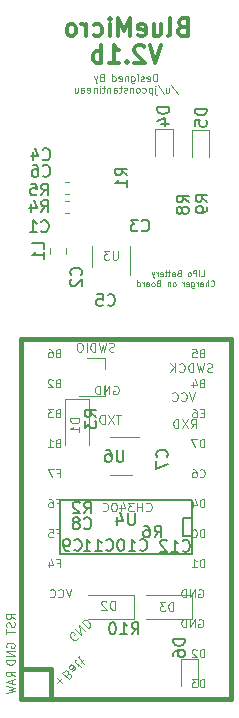
<source format=gbr>
G04 #@! TF.GenerationSoftware,KiCad,Pcbnew,(5.0.0)*
G04 #@! TF.CreationDate,2020-04-23T13:12:55-06:00*
G04 #@! TF.ProjectId,EByte_E73,45427974655F4537332E6B696361645F,rev?*
G04 #@! TF.SameCoordinates,Original*
G04 #@! TF.FileFunction,Legend,Bot*
G04 #@! TF.FilePolarity,Positive*
%FSLAX46Y46*%
G04 Gerber Fmt 4.6, Leading zero omitted, Abs format (unit mm)*
G04 Created by KiCad (PCBNEW (5.0.0)) date 04/23/20 13:12:55*
%MOMM*%
%LPD*%
G01*
G04 APERTURE LIST*
%ADD10C,0.100000*%
%ADD11C,0.300000*%
%ADD12C,0.150000*%
%ADD13C,0.381000*%
%ADD14C,0.120000*%
%ADD15C,0.110000*%
G04 APERTURE END LIST*
D10*
X115553857Y-117657190D02*
X115791952Y-117657190D01*
X115791952Y-117157190D01*
X115387190Y-117657190D02*
X115387190Y-117323857D01*
X115387190Y-117157190D02*
X115411000Y-117181000D01*
X115387190Y-117204809D01*
X115363380Y-117181000D01*
X115387190Y-117157190D01*
X115387190Y-117204809D01*
X115149095Y-117657190D02*
X115149095Y-117157190D01*
X114958619Y-117157190D01*
X114911000Y-117181000D01*
X114887190Y-117204809D01*
X114863380Y-117252428D01*
X114863380Y-117323857D01*
X114887190Y-117371476D01*
X114911000Y-117395285D01*
X114958619Y-117419095D01*
X115149095Y-117419095D01*
X114577666Y-117657190D02*
X114625285Y-117633380D01*
X114649095Y-117609571D01*
X114672904Y-117561952D01*
X114672904Y-117419095D01*
X114649095Y-117371476D01*
X114625285Y-117347666D01*
X114577666Y-117323857D01*
X114506238Y-117323857D01*
X114458619Y-117347666D01*
X114434809Y-117371476D01*
X114411000Y-117419095D01*
X114411000Y-117561952D01*
X114434809Y-117609571D01*
X114458619Y-117633380D01*
X114506238Y-117657190D01*
X114577666Y-117657190D01*
X113649095Y-117395285D02*
X113577666Y-117419095D01*
X113553857Y-117442904D01*
X113530047Y-117490523D01*
X113530047Y-117561952D01*
X113553857Y-117609571D01*
X113577666Y-117633380D01*
X113625285Y-117657190D01*
X113815761Y-117657190D01*
X113815761Y-117157190D01*
X113649095Y-117157190D01*
X113601476Y-117181000D01*
X113577666Y-117204809D01*
X113553857Y-117252428D01*
X113553857Y-117300047D01*
X113577666Y-117347666D01*
X113601476Y-117371476D01*
X113649095Y-117395285D01*
X113815761Y-117395285D01*
X113101476Y-117657190D02*
X113101476Y-117395285D01*
X113125285Y-117347666D01*
X113172904Y-117323857D01*
X113268142Y-117323857D01*
X113315761Y-117347666D01*
X113101476Y-117633380D02*
X113149095Y-117657190D01*
X113268142Y-117657190D01*
X113315761Y-117633380D01*
X113339571Y-117585761D01*
X113339571Y-117538142D01*
X113315761Y-117490523D01*
X113268142Y-117466714D01*
X113149095Y-117466714D01*
X113101476Y-117442904D01*
X112934809Y-117323857D02*
X112744333Y-117323857D01*
X112863380Y-117157190D02*
X112863380Y-117585761D01*
X112839571Y-117633380D01*
X112791952Y-117657190D01*
X112744333Y-117657190D01*
X112649095Y-117323857D02*
X112458619Y-117323857D01*
X112577666Y-117157190D02*
X112577666Y-117585761D01*
X112553857Y-117633380D01*
X112506238Y-117657190D01*
X112458619Y-117657190D01*
X112101476Y-117633380D02*
X112149095Y-117657190D01*
X112244333Y-117657190D01*
X112291952Y-117633380D01*
X112315761Y-117585761D01*
X112315761Y-117395285D01*
X112291952Y-117347666D01*
X112244333Y-117323857D01*
X112149095Y-117323857D01*
X112101476Y-117347666D01*
X112077666Y-117395285D01*
X112077666Y-117442904D01*
X112315761Y-117490523D01*
X111863380Y-117657190D02*
X111863380Y-117323857D01*
X111863380Y-117419095D02*
X111839571Y-117371476D01*
X111815761Y-117347666D01*
X111768142Y-117323857D01*
X111720523Y-117323857D01*
X111601476Y-117323857D02*
X111482428Y-117657190D01*
X111363380Y-117323857D02*
X111482428Y-117657190D01*
X111530047Y-117776238D01*
X111553857Y-117800047D01*
X111601476Y-117823857D01*
X116375285Y-118459571D02*
X116399095Y-118483380D01*
X116470523Y-118507190D01*
X116518142Y-118507190D01*
X116589571Y-118483380D01*
X116637190Y-118435761D01*
X116661000Y-118388142D01*
X116684809Y-118292904D01*
X116684809Y-118221476D01*
X116661000Y-118126238D01*
X116637190Y-118078619D01*
X116589571Y-118031000D01*
X116518142Y-118007190D01*
X116470523Y-118007190D01*
X116399095Y-118031000D01*
X116375285Y-118054809D01*
X116161000Y-118507190D02*
X116161000Y-118007190D01*
X115946714Y-118507190D02*
X115946714Y-118245285D01*
X115970523Y-118197666D01*
X116018142Y-118173857D01*
X116089571Y-118173857D01*
X116137190Y-118197666D01*
X116161000Y-118221476D01*
X115494333Y-118507190D02*
X115494333Y-118245285D01*
X115518142Y-118197666D01*
X115565761Y-118173857D01*
X115661000Y-118173857D01*
X115708619Y-118197666D01*
X115494333Y-118483380D02*
X115541952Y-118507190D01*
X115661000Y-118507190D01*
X115708619Y-118483380D01*
X115732428Y-118435761D01*
X115732428Y-118388142D01*
X115708619Y-118340523D01*
X115661000Y-118316714D01*
X115541952Y-118316714D01*
X115494333Y-118292904D01*
X115256238Y-118507190D02*
X115256238Y-118173857D01*
X115256238Y-118269095D02*
X115232428Y-118221476D01*
X115208619Y-118197666D01*
X115161000Y-118173857D01*
X115113380Y-118173857D01*
X114732428Y-118173857D02*
X114732428Y-118578619D01*
X114756238Y-118626238D01*
X114780047Y-118650047D01*
X114827666Y-118673857D01*
X114899095Y-118673857D01*
X114946714Y-118650047D01*
X114732428Y-118483380D02*
X114780047Y-118507190D01*
X114875285Y-118507190D01*
X114922904Y-118483380D01*
X114946714Y-118459571D01*
X114970523Y-118411952D01*
X114970523Y-118269095D01*
X114946714Y-118221476D01*
X114922904Y-118197666D01*
X114875285Y-118173857D01*
X114780047Y-118173857D01*
X114732428Y-118197666D01*
X114303857Y-118483380D02*
X114351476Y-118507190D01*
X114446714Y-118507190D01*
X114494333Y-118483380D01*
X114518142Y-118435761D01*
X114518142Y-118245285D01*
X114494333Y-118197666D01*
X114446714Y-118173857D01*
X114351476Y-118173857D01*
X114303857Y-118197666D01*
X114280047Y-118245285D01*
X114280047Y-118292904D01*
X114518142Y-118340523D01*
X114065761Y-118507190D02*
X114065761Y-118173857D01*
X114065761Y-118269095D02*
X114041952Y-118221476D01*
X114018142Y-118197666D01*
X113970523Y-118173857D01*
X113922904Y-118173857D01*
X113303857Y-118507190D02*
X113351476Y-118483380D01*
X113375285Y-118459571D01*
X113399095Y-118411952D01*
X113399095Y-118269095D01*
X113375285Y-118221476D01*
X113351476Y-118197666D01*
X113303857Y-118173857D01*
X113232428Y-118173857D01*
X113184809Y-118197666D01*
X113161000Y-118221476D01*
X113137190Y-118269095D01*
X113137190Y-118411952D01*
X113161000Y-118459571D01*
X113184809Y-118483380D01*
X113232428Y-118507190D01*
X113303857Y-118507190D01*
X112922904Y-118173857D02*
X112922904Y-118507190D01*
X112922904Y-118221476D02*
X112899095Y-118197666D01*
X112851476Y-118173857D01*
X112780047Y-118173857D01*
X112732428Y-118197666D01*
X112708619Y-118245285D01*
X112708619Y-118507190D01*
X111922904Y-118245285D02*
X111851476Y-118269095D01*
X111827666Y-118292904D01*
X111803857Y-118340523D01*
X111803857Y-118411952D01*
X111827666Y-118459571D01*
X111851476Y-118483380D01*
X111899095Y-118507190D01*
X112089571Y-118507190D01*
X112089571Y-118007190D01*
X111922904Y-118007190D01*
X111875285Y-118031000D01*
X111851476Y-118054809D01*
X111827666Y-118102428D01*
X111827666Y-118150047D01*
X111851476Y-118197666D01*
X111875285Y-118221476D01*
X111922904Y-118245285D01*
X112089571Y-118245285D01*
X111518142Y-118507190D02*
X111565761Y-118483380D01*
X111589571Y-118459571D01*
X111613380Y-118411952D01*
X111613380Y-118269095D01*
X111589571Y-118221476D01*
X111565761Y-118197666D01*
X111518142Y-118173857D01*
X111446714Y-118173857D01*
X111399095Y-118197666D01*
X111375285Y-118221476D01*
X111351476Y-118269095D01*
X111351476Y-118411952D01*
X111375285Y-118459571D01*
X111399095Y-118483380D01*
X111446714Y-118507190D01*
X111518142Y-118507190D01*
X110922904Y-118507190D02*
X110922904Y-118245285D01*
X110946714Y-118197666D01*
X110994333Y-118173857D01*
X111089571Y-118173857D01*
X111137190Y-118197666D01*
X110922904Y-118483380D02*
X110970523Y-118507190D01*
X111089571Y-118507190D01*
X111137190Y-118483380D01*
X111161000Y-118435761D01*
X111161000Y-118388142D01*
X111137190Y-118340523D01*
X111089571Y-118316714D01*
X110970523Y-118316714D01*
X110922904Y-118292904D01*
X110684809Y-118507190D02*
X110684809Y-118173857D01*
X110684809Y-118269095D02*
X110661000Y-118221476D01*
X110637190Y-118197666D01*
X110589571Y-118173857D01*
X110541952Y-118173857D01*
X110161000Y-118507190D02*
X110161000Y-118007190D01*
X110161000Y-118483380D02*
X110208619Y-118507190D01*
X110303857Y-118507190D01*
X110351476Y-118483380D01*
X110375285Y-118459571D01*
X110399095Y-118411952D01*
X110399095Y-118269095D01*
X110375285Y-118221476D01*
X110351476Y-118197666D01*
X110303857Y-118173857D01*
X110208619Y-118173857D01*
X110161000Y-118197666D01*
X111785071Y-101117428D02*
X111785071Y-100517428D01*
X111642214Y-100517428D01*
X111556500Y-100546000D01*
X111499357Y-100603142D01*
X111470785Y-100660285D01*
X111442214Y-100774571D01*
X111442214Y-100860285D01*
X111470785Y-100974571D01*
X111499357Y-101031714D01*
X111556500Y-101088857D01*
X111642214Y-101117428D01*
X111785071Y-101117428D01*
X110956500Y-101088857D02*
X111013642Y-101117428D01*
X111127928Y-101117428D01*
X111185071Y-101088857D01*
X111213642Y-101031714D01*
X111213642Y-100803142D01*
X111185071Y-100746000D01*
X111127928Y-100717428D01*
X111013642Y-100717428D01*
X110956500Y-100746000D01*
X110927928Y-100803142D01*
X110927928Y-100860285D01*
X111213642Y-100917428D01*
X110699357Y-101088857D02*
X110642214Y-101117428D01*
X110527928Y-101117428D01*
X110470785Y-101088857D01*
X110442214Y-101031714D01*
X110442214Y-101003142D01*
X110470785Y-100946000D01*
X110527928Y-100917428D01*
X110613642Y-100917428D01*
X110670785Y-100888857D01*
X110699357Y-100831714D01*
X110699357Y-100803142D01*
X110670785Y-100746000D01*
X110613642Y-100717428D01*
X110527928Y-100717428D01*
X110470785Y-100746000D01*
X110185071Y-101117428D02*
X110185071Y-100717428D01*
X110185071Y-100517428D02*
X110213642Y-100546000D01*
X110185071Y-100574571D01*
X110156500Y-100546000D01*
X110185071Y-100517428D01*
X110185071Y-100574571D01*
X109642214Y-100717428D02*
X109642214Y-101203142D01*
X109670785Y-101260285D01*
X109699357Y-101288857D01*
X109756500Y-101317428D01*
X109842214Y-101317428D01*
X109899357Y-101288857D01*
X109642214Y-101088857D02*
X109699357Y-101117428D01*
X109813642Y-101117428D01*
X109870785Y-101088857D01*
X109899357Y-101060285D01*
X109927928Y-101003142D01*
X109927928Y-100831714D01*
X109899357Y-100774571D01*
X109870785Y-100746000D01*
X109813642Y-100717428D01*
X109699357Y-100717428D01*
X109642214Y-100746000D01*
X109356500Y-100717428D02*
X109356500Y-101117428D01*
X109356500Y-100774571D02*
X109327928Y-100746000D01*
X109270785Y-100717428D01*
X109185071Y-100717428D01*
X109127928Y-100746000D01*
X109099357Y-100803142D01*
X109099357Y-101117428D01*
X108585071Y-101088857D02*
X108642214Y-101117428D01*
X108756500Y-101117428D01*
X108813642Y-101088857D01*
X108842214Y-101031714D01*
X108842214Y-100803142D01*
X108813642Y-100746000D01*
X108756500Y-100717428D01*
X108642214Y-100717428D01*
X108585071Y-100746000D01*
X108556500Y-100803142D01*
X108556500Y-100860285D01*
X108842214Y-100917428D01*
X108042214Y-101117428D02*
X108042214Y-100517428D01*
X108042214Y-101088857D02*
X108099357Y-101117428D01*
X108213642Y-101117428D01*
X108270785Y-101088857D01*
X108299357Y-101060285D01*
X108327928Y-101003142D01*
X108327928Y-100831714D01*
X108299357Y-100774571D01*
X108270785Y-100746000D01*
X108213642Y-100717428D01*
X108099357Y-100717428D01*
X108042214Y-100746000D01*
X107099357Y-100803142D02*
X107013642Y-100831714D01*
X106985071Y-100860285D01*
X106956500Y-100917428D01*
X106956500Y-101003142D01*
X106985071Y-101060285D01*
X107013642Y-101088857D01*
X107070785Y-101117428D01*
X107299357Y-101117428D01*
X107299357Y-100517428D01*
X107099357Y-100517428D01*
X107042214Y-100546000D01*
X107013642Y-100574571D01*
X106985071Y-100631714D01*
X106985071Y-100688857D01*
X107013642Y-100746000D01*
X107042214Y-100774571D01*
X107099357Y-100803142D01*
X107299357Y-100803142D01*
X106756500Y-100717428D02*
X106613642Y-101117428D01*
X106470785Y-100717428D02*
X106613642Y-101117428D01*
X106670785Y-101260285D01*
X106699357Y-101288857D01*
X106756500Y-101317428D01*
X113042214Y-101488857D02*
X113556500Y-102260285D01*
X112585071Y-101717428D02*
X112585071Y-102117428D01*
X112842214Y-101717428D02*
X112842214Y-102031714D01*
X112813642Y-102088857D01*
X112756500Y-102117428D01*
X112670785Y-102117428D01*
X112613642Y-102088857D01*
X112585071Y-102060285D01*
X111870785Y-101488857D02*
X112385071Y-102260285D01*
X111670785Y-101717428D02*
X111670785Y-102231714D01*
X111699357Y-102288857D01*
X111756500Y-102317428D01*
X111785071Y-102317428D01*
X111670785Y-101517428D02*
X111699357Y-101546000D01*
X111670785Y-101574571D01*
X111642214Y-101546000D01*
X111670785Y-101517428D01*
X111670785Y-101574571D01*
X111385071Y-101717428D02*
X111385071Y-102317428D01*
X111385071Y-101746000D02*
X111327928Y-101717428D01*
X111213642Y-101717428D01*
X111156500Y-101746000D01*
X111127928Y-101774571D01*
X111099357Y-101831714D01*
X111099357Y-102003142D01*
X111127928Y-102060285D01*
X111156500Y-102088857D01*
X111213642Y-102117428D01*
X111327928Y-102117428D01*
X111385071Y-102088857D01*
X110585071Y-102088857D02*
X110642214Y-102117428D01*
X110756500Y-102117428D01*
X110813642Y-102088857D01*
X110842214Y-102060285D01*
X110870785Y-102003142D01*
X110870785Y-101831714D01*
X110842214Y-101774571D01*
X110813642Y-101746000D01*
X110756500Y-101717428D01*
X110642214Y-101717428D01*
X110585071Y-101746000D01*
X110242214Y-102117428D02*
X110299357Y-102088857D01*
X110327928Y-102060285D01*
X110356500Y-102003142D01*
X110356500Y-101831714D01*
X110327928Y-101774571D01*
X110299357Y-101746000D01*
X110242214Y-101717428D01*
X110156500Y-101717428D01*
X110099357Y-101746000D01*
X110070785Y-101774571D01*
X110042214Y-101831714D01*
X110042214Y-102003142D01*
X110070785Y-102060285D01*
X110099357Y-102088857D01*
X110156500Y-102117428D01*
X110242214Y-102117428D01*
X109785071Y-101717428D02*
X109785071Y-102117428D01*
X109785071Y-101774571D02*
X109756500Y-101746000D01*
X109699357Y-101717428D01*
X109613642Y-101717428D01*
X109556500Y-101746000D01*
X109527928Y-101803142D01*
X109527928Y-102117428D01*
X109270785Y-102088857D02*
X109213642Y-102117428D01*
X109099357Y-102117428D01*
X109042214Y-102088857D01*
X109013642Y-102031714D01*
X109013642Y-102003142D01*
X109042214Y-101946000D01*
X109099357Y-101917428D01*
X109185071Y-101917428D01*
X109242214Y-101888857D01*
X109270785Y-101831714D01*
X109270785Y-101803142D01*
X109242214Y-101746000D01*
X109185071Y-101717428D01*
X109099357Y-101717428D01*
X109042214Y-101746000D01*
X108842214Y-101717428D02*
X108613642Y-101717428D01*
X108756500Y-101517428D02*
X108756500Y-102031714D01*
X108727928Y-102088857D01*
X108670785Y-102117428D01*
X108613642Y-102117428D01*
X108156500Y-102117428D02*
X108156500Y-101803142D01*
X108185071Y-101746000D01*
X108242214Y-101717428D01*
X108356500Y-101717428D01*
X108413642Y-101746000D01*
X108156500Y-102088857D02*
X108213642Y-102117428D01*
X108356500Y-102117428D01*
X108413642Y-102088857D01*
X108442214Y-102031714D01*
X108442214Y-101974571D01*
X108413642Y-101917428D01*
X108356500Y-101888857D01*
X108213642Y-101888857D01*
X108156500Y-101860285D01*
X107870785Y-101717428D02*
X107870785Y-102117428D01*
X107870785Y-101774571D02*
X107842214Y-101746000D01*
X107785071Y-101717428D01*
X107699357Y-101717428D01*
X107642214Y-101746000D01*
X107613642Y-101803142D01*
X107613642Y-102117428D01*
X107413642Y-101717428D02*
X107185071Y-101717428D01*
X107327928Y-101517428D02*
X107327928Y-102031714D01*
X107299357Y-102088857D01*
X107242214Y-102117428D01*
X107185071Y-102117428D01*
X106985071Y-102117428D02*
X106985071Y-101717428D01*
X106985071Y-101517428D02*
X107013642Y-101546000D01*
X106985071Y-101574571D01*
X106956500Y-101546000D01*
X106985071Y-101517428D01*
X106985071Y-101574571D01*
X106699357Y-101717428D02*
X106699357Y-102117428D01*
X106699357Y-101774571D02*
X106670785Y-101746000D01*
X106613642Y-101717428D01*
X106527928Y-101717428D01*
X106470785Y-101746000D01*
X106442214Y-101803142D01*
X106442214Y-102117428D01*
X105927928Y-102088857D02*
X105985071Y-102117428D01*
X106099357Y-102117428D01*
X106156500Y-102088857D01*
X106185071Y-102031714D01*
X106185071Y-101803142D01*
X106156500Y-101746000D01*
X106099357Y-101717428D01*
X105985071Y-101717428D01*
X105927928Y-101746000D01*
X105899357Y-101803142D01*
X105899357Y-101860285D01*
X106185071Y-101917428D01*
X105385071Y-102117428D02*
X105385071Y-101803142D01*
X105413642Y-101746000D01*
X105470785Y-101717428D01*
X105585071Y-101717428D01*
X105642214Y-101746000D01*
X105385071Y-102088857D02*
X105442214Y-102117428D01*
X105585071Y-102117428D01*
X105642214Y-102088857D01*
X105670785Y-102031714D01*
X105670785Y-101974571D01*
X105642214Y-101917428D01*
X105585071Y-101888857D01*
X105442214Y-101888857D01*
X105385071Y-101860285D01*
X104842214Y-101717428D02*
X104842214Y-102117428D01*
X105099357Y-101717428D02*
X105099357Y-102031714D01*
X105070785Y-102088857D01*
X105013642Y-102117428D01*
X104927928Y-102117428D01*
X104870785Y-102088857D01*
X104842214Y-102060285D01*
X108205785Y-124001571D02*
X108098642Y-124037285D01*
X107920071Y-124037285D01*
X107848642Y-124001571D01*
X107812928Y-123965857D01*
X107777214Y-123894428D01*
X107777214Y-123823000D01*
X107812928Y-123751571D01*
X107848642Y-123715857D01*
X107920071Y-123680142D01*
X108062928Y-123644428D01*
X108134357Y-123608714D01*
X108170071Y-123573000D01*
X108205785Y-123501571D01*
X108205785Y-123430142D01*
X108170071Y-123358714D01*
X108134357Y-123323000D01*
X108062928Y-123287285D01*
X107884357Y-123287285D01*
X107777214Y-123323000D01*
X107527214Y-123287285D02*
X107348642Y-124037285D01*
X107205785Y-123501571D01*
X107062928Y-124037285D01*
X106884357Y-123287285D01*
X106598642Y-124037285D02*
X106598642Y-123287285D01*
X106420071Y-123287285D01*
X106312928Y-123323000D01*
X106241500Y-123394428D01*
X106205785Y-123465857D01*
X106170071Y-123608714D01*
X106170071Y-123715857D01*
X106205785Y-123858714D01*
X106241500Y-123930142D01*
X106312928Y-124001571D01*
X106420071Y-124037285D01*
X106598642Y-124037285D01*
X105848642Y-124037285D02*
X105848642Y-123287285D01*
X105348642Y-123287285D02*
X105205785Y-123287285D01*
X105134357Y-123323000D01*
X105062928Y-123394428D01*
X105027214Y-123537285D01*
X105027214Y-123787285D01*
X105062928Y-123930142D01*
X105134357Y-124001571D01*
X105205785Y-124037285D01*
X105348642Y-124037285D01*
X105420071Y-124001571D01*
X105491500Y-123930142D01*
X105527214Y-123787285D01*
X105527214Y-123537285D01*
X105491500Y-123394428D01*
X105420071Y-123323000D01*
X105348642Y-123287285D01*
X108140428Y-126942500D02*
X108211857Y-126906785D01*
X108319000Y-126906785D01*
X108426142Y-126942500D01*
X108497571Y-127013928D01*
X108533285Y-127085357D01*
X108569000Y-127228214D01*
X108569000Y-127335357D01*
X108533285Y-127478214D01*
X108497571Y-127549642D01*
X108426142Y-127621071D01*
X108319000Y-127656785D01*
X108247571Y-127656785D01*
X108140428Y-127621071D01*
X108104714Y-127585357D01*
X108104714Y-127335357D01*
X108247571Y-127335357D01*
X107783285Y-127656785D02*
X107783285Y-126906785D01*
X107354714Y-127656785D01*
X107354714Y-126906785D01*
X106997571Y-127656785D02*
X106997571Y-126906785D01*
X106819000Y-126906785D01*
X106711857Y-126942500D01*
X106640428Y-127013928D01*
X106604714Y-127085357D01*
X106569000Y-127228214D01*
X106569000Y-127335357D01*
X106604714Y-127478214D01*
X106640428Y-127549642D01*
X106711857Y-127621071D01*
X106819000Y-127656785D01*
X106997571Y-127656785D01*
X108769428Y-129383285D02*
X108340857Y-129383285D01*
X108555142Y-130133285D02*
X108555142Y-129383285D01*
X108162285Y-129383285D02*
X107662285Y-130133285D01*
X107662285Y-129383285D02*
X108162285Y-130133285D01*
X107376571Y-130133285D02*
X107376571Y-129383285D01*
X107198000Y-129383285D01*
X107090857Y-129419000D01*
X107019428Y-129490428D01*
X106983714Y-129561857D01*
X106948000Y-129704714D01*
X106948000Y-129811857D01*
X106983714Y-129954714D01*
X107019428Y-130026142D01*
X107090857Y-130097571D01*
X107198000Y-130133285D01*
X107376571Y-130133285D01*
X114673000Y-130514285D02*
X114923000Y-130157142D01*
X115101571Y-130514285D02*
X115101571Y-129764285D01*
X114815857Y-129764285D01*
X114744428Y-129800000D01*
X114708714Y-129835714D01*
X114673000Y-129907142D01*
X114673000Y-130014285D01*
X114708714Y-130085714D01*
X114744428Y-130121428D01*
X114815857Y-130157142D01*
X115101571Y-130157142D01*
X114423000Y-129764285D02*
X113923000Y-130514285D01*
X113923000Y-129764285D02*
X114423000Y-130514285D01*
X113637285Y-130514285D02*
X113637285Y-129764285D01*
X113458714Y-129764285D01*
X113351571Y-129800000D01*
X113280142Y-129871428D01*
X113244428Y-129942857D01*
X113208714Y-130085714D01*
X113208714Y-130192857D01*
X113244428Y-130335714D01*
X113280142Y-130407142D01*
X113351571Y-130478571D01*
X113458714Y-130514285D01*
X113637285Y-130514285D01*
X115050000Y-127479285D02*
X114800000Y-128229285D01*
X114550000Y-127479285D01*
X113871428Y-128157857D02*
X113907142Y-128193571D01*
X114014285Y-128229285D01*
X114085714Y-128229285D01*
X114192857Y-128193571D01*
X114264285Y-128122142D01*
X114300000Y-128050714D01*
X114335714Y-127907857D01*
X114335714Y-127800714D01*
X114300000Y-127657857D01*
X114264285Y-127586428D01*
X114192857Y-127515000D01*
X114085714Y-127479285D01*
X114014285Y-127479285D01*
X113907142Y-127515000D01*
X113871428Y-127550714D01*
X113121428Y-128157857D02*
X113157142Y-128193571D01*
X113264285Y-128229285D01*
X113335714Y-128229285D01*
X113442857Y-128193571D01*
X113514285Y-128122142D01*
X113550000Y-128050714D01*
X113585714Y-127907857D01*
X113585714Y-127800714D01*
X113550000Y-127657857D01*
X113514285Y-127586428D01*
X113442857Y-127515000D01*
X113335714Y-127479285D01*
X113264285Y-127479285D01*
X113157142Y-127515000D01*
X113121428Y-127550714D01*
X116487857Y-125743571D02*
X116380714Y-125779285D01*
X116202142Y-125779285D01*
X116130714Y-125743571D01*
X116095000Y-125707857D01*
X116059285Y-125636428D01*
X116059285Y-125565000D01*
X116095000Y-125493571D01*
X116130714Y-125457857D01*
X116202142Y-125422142D01*
X116345000Y-125386428D01*
X116416428Y-125350714D01*
X116452142Y-125315000D01*
X116487857Y-125243571D01*
X116487857Y-125172142D01*
X116452142Y-125100714D01*
X116416428Y-125065000D01*
X116345000Y-125029285D01*
X116166428Y-125029285D01*
X116059285Y-125065000D01*
X115809285Y-125029285D02*
X115630714Y-125779285D01*
X115487857Y-125243571D01*
X115345000Y-125779285D01*
X115166428Y-125029285D01*
X114880714Y-125779285D02*
X114880714Y-125029285D01*
X114702142Y-125029285D01*
X114595000Y-125065000D01*
X114523571Y-125136428D01*
X114487857Y-125207857D01*
X114452142Y-125350714D01*
X114452142Y-125457857D01*
X114487857Y-125600714D01*
X114523571Y-125672142D01*
X114595000Y-125743571D01*
X114702142Y-125779285D01*
X114880714Y-125779285D01*
X113702142Y-125707857D02*
X113737857Y-125743571D01*
X113845000Y-125779285D01*
X113916428Y-125779285D01*
X114023571Y-125743571D01*
X114095000Y-125672142D01*
X114130714Y-125600714D01*
X114166428Y-125457857D01*
X114166428Y-125350714D01*
X114130714Y-125207857D01*
X114095000Y-125136428D01*
X114023571Y-125065000D01*
X113916428Y-125029285D01*
X113845000Y-125029285D01*
X113737857Y-125065000D01*
X113702142Y-125100714D01*
X113380714Y-125779285D02*
X113380714Y-125029285D01*
X112952142Y-125779285D02*
X113273571Y-125350714D01*
X112952142Y-125029285D02*
X113380714Y-125457857D01*
X103345966Y-152102271D02*
X103750027Y-151698210D01*
X103345966Y-151698210D02*
X103750027Y-152102271D01*
X104255104Y-151344657D02*
X104305611Y-151243642D01*
X104305611Y-151193134D01*
X104280357Y-151117373D01*
X104204596Y-151041611D01*
X104128834Y-151016357D01*
X104078327Y-151016357D01*
X104002565Y-151041611D01*
X103800535Y-151243642D01*
X104330865Y-151773972D01*
X104507642Y-151597195D01*
X104532895Y-151521434D01*
X104532895Y-151470926D01*
X104507642Y-151395165D01*
X104457134Y-151344657D01*
X104381373Y-151319403D01*
X104330865Y-151319403D01*
X104255104Y-151344657D01*
X104078327Y-151521434D01*
X104558149Y-150486027D02*
X104835941Y-150763819D01*
X104861195Y-150839581D01*
X104835941Y-150915342D01*
X104734926Y-151016357D01*
X104659165Y-151041611D01*
X104583403Y-150511281D02*
X104507642Y-150536535D01*
X104381373Y-150662804D01*
X104356119Y-150738565D01*
X104381373Y-150814327D01*
X104431880Y-150864834D01*
X104507642Y-150890088D01*
X104583403Y-150864834D01*
X104709672Y-150738565D01*
X104785434Y-150713312D01*
X105088479Y-150662804D02*
X105290510Y-150460773D01*
X105341018Y-150763819D02*
X104886449Y-150309251D01*
X104861195Y-150233489D01*
X104886449Y-150157728D01*
X104936956Y-150107220D01*
X105391525Y-150359758D02*
X105593556Y-150157728D01*
X105644063Y-150460773D02*
X105189495Y-150006205D01*
X105164241Y-149930443D01*
X105189495Y-149854682D01*
X105240002Y-149804174D01*
X105144104Y-148243226D02*
X105118850Y-148318987D01*
X105043088Y-148394748D01*
X104942073Y-148445256D01*
X104841058Y-148445256D01*
X104765296Y-148420002D01*
X104639027Y-148344241D01*
X104563266Y-148268479D01*
X104487504Y-148142210D01*
X104462251Y-148066449D01*
X104462251Y-147965434D01*
X104512758Y-147864418D01*
X104563266Y-147813911D01*
X104664281Y-147763403D01*
X104714789Y-147763403D01*
X104891565Y-147940180D01*
X104790550Y-148041195D01*
X104891565Y-147485611D02*
X105421895Y-148015941D01*
X105194611Y-147182565D01*
X105724941Y-147712895D01*
X105447149Y-146930027D02*
X105977479Y-147460357D01*
X106103748Y-147334088D01*
X106154256Y-147233073D01*
X106154256Y-147132058D01*
X106129002Y-147056296D01*
X106053241Y-146930027D01*
X105977479Y-146854266D01*
X105851210Y-146778504D01*
X105775449Y-146753251D01*
X105674434Y-146753251D01*
X105573418Y-146803758D01*
X105447149Y-146930027D01*
D11*
X112184285Y-98111571D02*
X111684285Y-99611571D01*
X111184285Y-98111571D01*
X110755714Y-98254428D02*
X110684285Y-98183000D01*
X110541428Y-98111571D01*
X110184285Y-98111571D01*
X110041428Y-98183000D01*
X109970000Y-98254428D01*
X109898571Y-98397285D01*
X109898571Y-98540142D01*
X109970000Y-98754428D01*
X110827142Y-99611571D01*
X109898571Y-99611571D01*
X109255714Y-99468714D02*
X109184285Y-99540142D01*
X109255714Y-99611571D01*
X109327142Y-99540142D01*
X109255714Y-99468714D01*
X109255714Y-99611571D01*
X107755714Y-99611571D02*
X108612857Y-99611571D01*
X108184285Y-99611571D02*
X108184285Y-98111571D01*
X108327142Y-98325857D01*
X108470000Y-98468714D01*
X108612857Y-98540142D01*
X107112857Y-99611571D02*
X107112857Y-98111571D01*
X107112857Y-98683000D02*
X106970000Y-98611571D01*
X106684285Y-98611571D01*
X106541428Y-98683000D01*
X106470000Y-98754428D01*
X106398571Y-98897285D01*
X106398571Y-99325857D01*
X106470000Y-99468714D01*
X106541428Y-99540142D01*
X106684285Y-99611571D01*
X106970000Y-99611571D01*
X107112857Y-99540142D01*
X113954142Y-96539857D02*
X113739857Y-96611285D01*
X113668428Y-96682714D01*
X113597000Y-96825571D01*
X113597000Y-97039857D01*
X113668428Y-97182714D01*
X113739857Y-97254142D01*
X113882714Y-97325571D01*
X114454142Y-97325571D01*
X114454142Y-95825571D01*
X113954142Y-95825571D01*
X113811285Y-95897000D01*
X113739857Y-95968428D01*
X113668428Y-96111285D01*
X113668428Y-96254142D01*
X113739857Y-96397000D01*
X113811285Y-96468428D01*
X113954142Y-96539857D01*
X114454142Y-96539857D01*
X112739857Y-97325571D02*
X112882714Y-97254142D01*
X112954142Y-97111285D01*
X112954142Y-95825571D01*
X111525571Y-96325571D02*
X111525571Y-97325571D01*
X112168428Y-96325571D02*
X112168428Y-97111285D01*
X112097000Y-97254142D01*
X111954142Y-97325571D01*
X111739857Y-97325571D01*
X111597000Y-97254142D01*
X111525571Y-97182714D01*
X110239857Y-97254142D02*
X110382714Y-97325571D01*
X110668428Y-97325571D01*
X110811285Y-97254142D01*
X110882714Y-97111285D01*
X110882714Y-96539857D01*
X110811285Y-96397000D01*
X110668428Y-96325571D01*
X110382714Y-96325571D01*
X110239857Y-96397000D01*
X110168428Y-96539857D01*
X110168428Y-96682714D01*
X110882714Y-96825571D01*
X109525571Y-97325571D02*
X109525571Y-95825571D01*
X109025571Y-96897000D01*
X108525571Y-95825571D01*
X108525571Y-97325571D01*
X107811285Y-97325571D02*
X107811285Y-96325571D01*
X107811285Y-95825571D02*
X107882714Y-95897000D01*
X107811285Y-95968428D01*
X107739857Y-95897000D01*
X107811285Y-95825571D01*
X107811285Y-95968428D01*
X106454142Y-97254142D02*
X106597000Y-97325571D01*
X106882714Y-97325571D01*
X107025571Y-97254142D01*
X107097000Y-97182714D01*
X107168428Y-97039857D01*
X107168428Y-96611285D01*
X107097000Y-96468428D01*
X107025571Y-96397000D01*
X106882714Y-96325571D01*
X106597000Y-96325571D01*
X106454142Y-96397000D01*
X105811285Y-97325571D02*
X105811285Y-96325571D01*
X105811285Y-96611285D02*
X105739857Y-96468428D01*
X105668428Y-96397000D01*
X105525571Y-96325571D01*
X105382714Y-96325571D01*
X104668428Y-97325571D02*
X104811285Y-97254142D01*
X104882714Y-97182714D01*
X104954142Y-97039857D01*
X104954142Y-96611285D01*
X104882714Y-96468428D01*
X104811285Y-96397000D01*
X104668428Y-96325571D01*
X104454142Y-96325571D01*
X104311285Y-96397000D01*
X104239857Y-96468428D01*
X104168428Y-96611285D01*
X104168428Y-97039857D01*
X104239857Y-97182714D01*
X104311285Y-97254142D01*
X104454142Y-97325571D01*
X104668428Y-97325571D01*
D12*
G04 #@! TO.C,U4*
X114808000Y-138112500D02*
X114046000Y-138112500D01*
X114046000Y-138112500D02*
X114046000Y-139636500D01*
X114046000Y-139636500D02*
X114808000Y-139636500D01*
X103632000Y-136588500D02*
X103632000Y-141160500D01*
X103632000Y-141160500D02*
X114808000Y-141160500D01*
X114808000Y-141160500D02*
X114808000Y-136588500D01*
X114808000Y-136588500D02*
X103632000Y-136588500D01*
D13*
G04 #@! TO.C,U2*
X118110000Y-153416000D02*
X100330000Y-153416000D01*
X100330000Y-153416000D02*
X100330000Y-122936000D01*
X100330000Y-122936000D02*
X118110000Y-122936000D01*
X118110000Y-122936000D02*
X118110000Y-153416000D01*
X102870000Y-153416000D02*
X102870000Y-150876000D01*
X102870000Y-150876000D02*
X100330000Y-150876000D01*
D14*
G04 #@! TO.C,Q1*
X107376500Y-124594500D02*
X107376500Y-125524500D01*
X107376500Y-127754500D02*
X107376500Y-126824500D01*
X107376500Y-127754500D02*
X105216500Y-127754500D01*
X107376500Y-124594500D02*
X105916500Y-124594500D01*
G04 #@! TO.C,D1*
X104029000Y-128052000D02*
X106029000Y-128052000D01*
X106029000Y-128052000D02*
X106029000Y-131952000D01*
X104029000Y-128052000D02*
X104029000Y-131952000D01*
G04 #@! TO.C,D2*
X109882500Y-144669000D02*
X105982500Y-144669000D01*
X109882500Y-146669000D02*
X105982500Y-146669000D01*
X109882500Y-144669000D02*
X109882500Y-146669000D01*
G04 #@! TO.C,D3*
X114772000Y-144669000D02*
X114772000Y-146669000D01*
X114772000Y-146669000D02*
X110872000Y-146669000D01*
X114772000Y-144669000D02*
X110872000Y-144669000D01*
G04 #@! TO.C,U3*
X106276500Y-116894000D02*
X106276500Y-115094000D01*
X109496500Y-115094000D02*
X109496500Y-117544000D01*
G04 #@! TO.C,R4*
X104391779Y-112270000D02*
X104066221Y-112270000D01*
X104391779Y-111250000D02*
X104066221Y-111250000D01*
G04 #@! TO.C,R5*
X104040721Y-110682500D02*
X104366279Y-110682500D01*
X104040721Y-109662500D02*
X104366279Y-109662500D01*
G04 #@! TO.C,D4*
X111660000Y-107454500D02*
X111660000Y-105169500D01*
X111660000Y-105169500D02*
X113130000Y-105169500D01*
X113130000Y-105169500D02*
X113130000Y-107454500D01*
G04 #@! TO.C,D5*
X116241500Y-105233000D02*
X116241500Y-107518000D01*
X114771500Y-105233000D02*
X116241500Y-105233000D01*
X114771500Y-107518000D02*
X114771500Y-105233000D01*
G04 #@! TO.C,D6*
X113819000Y-152374500D02*
X113819000Y-150089500D01*
X113819000Y-150089500D02*
X115289000Y-150089500D01*
X115289000Y-150089500D02*
X115289000Y-152374500D01*
G04 #@! TO.C,U6*
X109675500Y-134452000D02*
X107875500Y-134452000D01*
X107875500Y-131232000D02*
X110325500Y-131232000D01*
G04 #@! TO.C,L1*
X102731500Y-115222422D02*
X102731500Y-115739578D01*
X104151500Y-115222422D02*
X104151500Y-115739578D01*
G04 #@! TO.C,U4*
D12*
X109936184Y-137699500D02*
X109936184Y-138509024D01*
X109888565Y-138604262D01*
X109840946Y-138651881D01*
X109745708Y-138699500D01*
X109555232Y-138699500D01*
X109459994Y-138651881D01*
X109412375Y-138604262D01*
X109364756Y-138509024D01*
X109364756Y-137699500D01*
X108459994Y-138032834D02*
X108459994Y-138699500D01*
X108698089Y-137651881D02*
X108936184Y-138366167D01*
X108317137Y-138366167D01*
D15*
X110890642Y-137491357D02*
X110926357Y-137527071D01*
X111033500Y-137562785D01*
X111104928Y-137562785D01*
X111212071Y-137527071D01*
X111283500Y-137455642D01*
X111319214Y-137384214D01*
X111354928Y-137241357D01*
X111354928Y-137134214D01*
X111319214Y-136991357D01*
X111283500Y-136919928D01*
X111212071Y-136848500D01*
X111104928Y-136812785D01*
X111033500Y-136812785D01*
X110926357Y-136848500D01*
X110890642Y-136884214D01*
X110569214Y-137562785D02*
X110569214Y-136812785D01*
X110569214Y-137169928D02*
X110140642Y-137169928D01*
X110140642Y-137562785D02*
X110140642Y-136812785D01*
X109854928Y-136812785D02*
X109390642Y-136812785D01*
X109640642Y-137098500D01*
X109533500Y-137098500D01*
X109462071Y-137134214D01*
X109426357Y-137169928D01*
X109390642Y-137241357D01*
X109390642Y-137419928D01*
X109426357Y-137491357D01*
X109462071Y-137527071D01*
X109533500Y-137562785D01*
X109747785Y-137562785D01*
X109819214Y-137527071D01*
X109854928Y-137491357D01*
X108747785Y-137062785D02*
X108747785Y-137562785D01*
X108926357Y-136777071D02*
X109104928Y-137312785D01*
X108640642Y-137312785D01*
X108212071Y-136812785D02*
X108140642Y-136812785D01*
X108069214Y-136848500D01*
X108033500Y-136884214D01*
X107997785Y-136955642D01*
X107962071Y-137098500D01*
X107962071Y-137277071D01*
X107997785Y-137419928D01*
X108033500Y-137491357D01*
X108069214Y-137527071D01*
X108140642Y-137562785D01*
X108212071Y-137562785D01*
X108283500Y-137527071D01*
X108319214Y-137491357D01*
X108354928Y-137419928D01*
X108390642Y-137277071D01*
X108390642Y-137098500D01*
X108354928Y-136955642D01*
X108319214Y-136884214D01*
X108283500Y-136848500D01*
X108212071Y-136812785D01*
X107212071Y-137491357D02*
X107247785Y-137527071D01*
X107354928Y-137562785D01*
X107426357Y-137562785D01*
X107533500Y-137527071D01*
X107604928Y-137455642D01*
X107640642Y-137384214D01*
X107676357Y-137241357D01*
X107676357Y-137134214D01*
X107640642Y-136991357D01*
X107604928Y-136919928D01*
X107533500Y-136848500D01*
X107426357Y-136812785D01*
X107354928Y-136812785D01*
X107247785Y-136848500D01*
X107212071Y-136884214D01*
G04 #@! TO.C,U2*
D10*
X115599333Y-124156000D02*
X115499333Y-124189333D01*
X115466000Y-124222666D01*
X115432666Y-124289333D01*
X115432666Y-124389333D01*
X115466000Y-124456000D01*
X115499333Y-124489333D01*
X115566000Y-124522666D01*
X115832666Y-124522666D01*
X115832666Y-123822666D01*
X115599333Y-123822666D01*
X115532666Y-123856000D01*
X115499333Y-123889333D01*
X115466000Y-123956000D01*
X115466000Y-124022666D01*
X115499333Y-124089333D01*
X115532666Y-124122666D01*
X115599333Y-124156000D01*
X115832666Y-124156000D01*
X114799333Y-123822666D02*
X115132666Y-123822666D01*
X115166000Y-124156000D01*
X115132666Y-124122666D01*
X115066000Y-124089333D01*
X114899333Y-124089333D01*
X114832666Y-124122666D01*
X114799333Y-124156000D01*
X114766000Y-124222666D01*
X114766000Y-124389333D01*
X114799333Y-124456000D01*
X114832666Y-124489333D01*
X114899333Y-124522666D01*
X115066000Y-124522666D01*
X115132666Y-124489333D01*
X115166000Y-124456000D01*
X115599333Y-126696000D02*
X115499333Y-126729333D01*
X115466000Y-126762666D01*
X115432666Y-126829333D01*
X115432666Y-126929333D01*
X115466000Y-126996000D01*
X115499333Y-127029333D01*
X115566000Y-127062666D01*
X115832666Y-127062666D01*
X115832666Y-126362666D01*
X115599333Y-126362666D01*
X115532666Y-126396000D01*
X115499333Y-126429333D01*
X115466000Y-126496000D01*
X115466000Y-126562666D01*
X115499333Y-126629333D01*
X115532666Y-126662666D01*
X115599333Y-126696000D01*
X115832666Y-126696000D01*
X114832666Y-126596000D02*
X114832666Y-127062666D01*
X114999333Y-126329333D02*
X115166000Y-126829333D01*
X114732666Y-126829333D01*
X115799333Y-129236000D02*
X115566000Y-129236000D01*
X115466000Y-129602666D02*
X115799333Y-129602666D01*
X115799333Y-128902666D01*
X115466000Y-128902666D01*
X114866000Y-128902666D02*
X114999333Y-128902666D01*
X115066000Y-128936000D01*
X115099333Y-128969333D01*
X115166000Y-129069333D01*
X115199333Y-129202666D01*
X115199333Y-129469333D01*
X115166000Y-129536000D01*
X115132666Y-129569333D01*
X115066000Y-129602666D01*
X114932666Y-129602666D01*
X114866000Y-129569333D01*
X114832666Y-129536000D01*
X114799333Y-129469333D01*
X114799333Y-129302666D01*
X114832666Y-129236000D01*
X114866000Y-129202666D01*
X114932666Y-129169333D01*
X115066000Y-129169333D01*
X115132666Y-129202666D01*
X115166000Y-129236000D01*
X115199333Y-129302666D01*
X115832666Y-132142666D02*
X115832666Y-131442666D01*
X115666000Y-131442666D01*
X115566000Y-131476000D01*
X115499333Y-131542666D01*
X115466000Y-131609333D01*
X115432666Y-131742666D01*
X115432666Y-131842666D01*
X115466000Y-131976000D01*
X115499333Y-132042666D01*
X115566000Y-132109333D01*
X115666000Y-132142666D01*
X115832666Y-132142666D01*
X115199333Y-131442666D02*
X114732666Y-131442666D01*
X115032666Y-132142666D01*
X115432666Y-134616000D02*
X115466000Y-134649333D01*
X115566000Y-134682666D01*
X115632666Y-134682666D01*
X115732666Y-134649333D01*
X115799333Y-134582666D01*
X115832666Y-134516000D01*
X115866000Y-134382666D01*
X115866000Y-134282666D01*
X115832666Y-134149333D01*
X115799333Y-134082666D01*
X115732666Y-134016000D01*
X115632666Y-133982666D01*
X115566000Y-133982666D01*
X115466000Y-134016000D01*
X115432666Y-134049333D01*
X114832666Y-133982666D02*
X114966000Y-133982666D01*
X115032666Y-134016000D01*
X115066000Y-134049333D01*
X115132666Y-134149333D01*
X115166000Y-134282666D01*
X115166000Y-134549333D01*
X115132666Y-134616000D01*
X115099333Y-134649333D01*
X115032666Y-134682666D01*
X114899333Y-134682666D01*
X114832666Y-134649333D01*
X114799333Y-134616000D01*
X114766000Y-134549333D01*
X114766000Y-134382666D01*
X114799333Y-134316000D01*
X114832666Y-134282666D01*
X114899333Y-134249333D01*
X115032666Y-134249333D01*
X115099333Y-134282666D01*
X115132666Y-134316000D01*
X115166000Y-134382666D01*
X115832666Y-137222666D02*
X115832666Y-136522666D01*
X115666000Y-136522666D01*
X115566000Y-136556000D01*
X115499333Y-136622666D01*
X115466000Y-136689333D01*
X115432666Y-136822666D01*
X115432666Y-136922666D01*
X115466000Y-137056000D01*
X115499333Y-137122666D01*
X115566000Y-137189333D01*
X115666000Y-137222666D01*
X115832666Y-137222666D01*
X114832666Y-136756000D02*
X114832666Y-137222666D01*
X114999333Y-136489333D02*
X115166000Y-136989333D01*
X114732666Y-136989333D01*
X115832666Y-139762666D02*
X115832666Y-139062666D01*
X115666000Y-139062666D01*
X115566000Y-139096000D01*
X115499333Y-139162666D01*
X115466000Y-139229333D01*
X115432666Y-139362666D01*
X115432666Y-139462666D01*
X115466000Y-139596000D01*
X115499333Y-139662666D01*
X115566000Y-139729333D01*
X115666000Y-139762666D01*
X115832666Y-139762666D01*
X114999333Y-139062666D02*
X114932666Y-139062666D01*
X114866000Y-139096000D01*
X114832666Y-139129333D01*
X114799333Y-139196000D01*
X114766000Y-139329333D01*
X114766000Y-139496000D01*
X114799333Y-139629333D01*
X114832666Y-139696000D01*
X114866000Y-139729333D01*
X114932666Y-139762666D01*
X114999333Y-139762666D01*
X115066000Y-139729333D01*
X115099333Y-139696000D01*
X115132666Y-139629333D01*
X115166000Y-139496000D01*
X115166000Y-139329333D01*
X115132666Y-139196000D01*
X115099333Y-139129333D01*
X115066000Y-139096000D01*
X114999333Y-139062666D01*
X115832666Y-142302666D02*
X115832666Y-141602666D01*
X115666000Y-141602666D01*
X115566000Y-141636000D01*
X115499333Y-141702666D01*
X115466000Y-141769333D01*
X115432666Y-141902666D01*
X115432666Y-142002666D01*
X115466000Y-142136000D01*
X115499333Y-142202666D01*
X115566000Y-142269333D01*
X115666000Y-142302666D01*
X115832666Y-142302666D01*
X114766000Y-142302666D02*
X115166000Y-142302666D01*
X114966000Y-142302666D02*
X114966000Y-141602666D01*
X115032666Y-141702666D01*
X115099333Y-141769333D01*
X115166000Y-141802666D01*
X115341333Y-144176000D02*
X115408000Y-144142666D01*
X115508000Y-144142666D01*
X115608000Y-144176000D01*
X115674666Y-144242666D01*
X115708000Y-144309333D01*
X115741333Y-144442666D01*
X115741333Y-144542666D01*
X115708000Y-144676000D01*
X115674666Y-144742666D01*
X115608000Y-144809333D01*
X115508000Y-144842666D01*
X115441333Y-144842666D01*
X115341333Y-144809333D01*
X115308000Y-144776000D01*
X115308000Y-144542666D01*
X115441333Y-144542666D01*
X115008000Y-144842666D02*
X115008000Y-144142666D01*
X114608000Y-144842666D01*
X114608000Y-144142666D01*
X114274666Y-144842666D02*
X114274666Y-144142666D01*
X114108000Y-144142666D01*
X114008000Y-144176000D01*
X113941333Y-144242666D01*
X113908000Y-144309333D01*
X113874666Y-144442666D01*
X113874666Y-144542666D01*
X113908000Y-144676000D01*
X113941333Y-144742666D01*
X114008000Y-144809333D01*
X114108000Y-144842666D01*
X114274666Y-144842666D01*
X115341333Y-146716000D02*
X115408000Y-146682666D01*
X115508000Y-146682666D01*
X115608000Y-146716000D01*
X115674666Y-146782666D01*
X115708000Y-146849333D01*
X115741333Y-146982666D01*
X115741333Y-147082666D01*
X115708000Y-147216000D01*
X115674666Y-147282666D01*
X115608000Y-147349333D01*
X115508000Y-147382666D01*
X115441333Y-147382666D01*
X115341333Y-147349333D01*
X115308000Y-147316000D01*
X115308000Y-147082666D01*
X115441333Y-147082666D01*
X115008000Y-147382666D02*
X115008000Y-146682666D01*
X114608000Y-147382666D01*
X114608000Y-146682666D01*
X114274666Y-147382666D02*
X114274666Y-146682666D01*
X114108000Y-146682666D01*
X114008000Y-146716000D01*
X113941333Y-146782666D01*
X113908000Y-146849333D01*
X113874666Y-146982666D01*
X113874666Y-147082666D01*
X113908000Y-147216000D01*
X113941333Y-147282666D01*
X114008000Y-147349333D01*
X114108000Y-147382666D01*
X114274666Y-147382666D01*
X115832666Y-149922666D02*
X115832666Y-149222666D01*
X115666000Y-149222666D01*
X115566000Y-149256000D01*
X115499333Y-149322666D01*
X115466000Y-149389333D01*
X115432666Y-149522666D01*
X115432666Y-149622666D01*
X115466000Y-149756000D01*
X115499333Y-149822666D01*
X115566000Y-149889333D01*
X115666000Y-149922666D01*
X115832666Y-149922666D01*
X115166000Y-149289333D02*
X115132666Y-149256000D01*
X115066000Y-149222666D01*
X114899333Y-149222666D01*
X114832666Y-149256000D01*
X114799333Y-149289333D01*
X114766000Y-149356000D01*
X114766000Y-149422666D01*
X114799333Y-149522666D01*
X115199333Y-149922666D01*
X114766000Y-149922666D01*
X115832666Y-152462666D02*
X115832666Y-151762666D01*
X115666000Y-151762666D01*
X115566000Y-151796000D01*
X115499333Y-151862666D01*
X115466000Y-151929333D01*
X115432666Y-152062666D01*
X115432666Y-152162666D01*
X115466000Y-152296000D01*
X115499333Y-152362666D01*
X115566000Y-152429333D01*
X115666000Y-152462666D01*
X115832666Y-152462666D01*
X115199333Y-151762666D02*
X114766000Y-151762666D01*
X114999333Y-152029333D01*
X114899333Y-152029333D01*
X114832666Y-152062666D01*
X114799333Y-152096000D01*
X114766000Y-152162666D01*
X114766000Y-152329333D01*
X114799333Y-152396000D01*
X114832666Y-152429333D01*
X114899333Y-152462666D01*
X115099333Y-152462666D01*
X115166000Y-152429333D01*
X115199333Y-152396000D01*
X103407333Y-124156000D02*
X103307333Y-124189333D01*
X103274000Y-124222666D01*
X103240666Y-124289333D01*
X103240666Y-124389333D01*
X103274000Y-124456000D01*
X103307333Y-124489333D01*
X103374000Y-124522666D01*
X103640666Y-124522666D01*
X103640666Y-123822666D01*
X103407333Y-123822666D01*
X103340666Y-123856000D01*
X103307333Y-123889333D01*
X103274000Y-123956000D01*
X103274000Y-124022666D01*
X103307333Y-124089333D01*
X103340666Y-124122666D01*
X103407333Y-124156000D01*
X103640666Y-124156000D01*
X102640666Y-123822666D02*
X102774000Y-123822666D01*
X102840666Y-123856000D01*
X102874000Y-123889333D01*
X102940666Y-123989333D01*
X102974000Y-124122666D01*
X102974000Y-124389333D01*
X102940666Y-124456000D01*
X102907333Y-124489333D01*
X102840666Y-124522666D01*
X102707333Y-124522666D01*
X102640666Y-124489333D01*
X102607333Y-124456000D01*
X102574000Y-124389333D01*
X102574000Y-124222666D01*
X102607333Y-124156000D01*
X102640666Y-124122666D01*
X102707333Y-124089333D01*
X102840666Y-124089333D01*
X102907333Y-124122666D01*
X102940666Y-124156000D01*
X102974000Y-124222666D01*
X103407333Y-126696000D02*
X103307333Y-126729333D01*
X103274000Y-126762666D01*
X103240666Y-126829333D01*
X103240666Y-126929333D01*
X103274000Y-126996000D01*
X103307333Y-127029333D01*
X103374000Y-127062666D01*
X103640666Y-127062666D01*
X103640666Y-126362666D01*
X103407333Y-126362666D01*
X103340666Y-126396000D01*
X103307333Y-126429333D01*
X103274000Y-126496000D01*
X103274000Y-126562666D01*
X103307333Y-126629333D01*
X103340666Y-126662666D01*
X103407333Y-126696000D01*
X103640666Y-126696000D01*
X102974000Y-126429333D02*
X102940666Y-126396000D01*
X102874000Y-126362666D01*
X102707333Y-126362666D01*
X102640666Y-126396000D01*
X102607333Y-126429333D01*
X102574000Y-126496000D01*
X102574000Y-126562666D01*
X102607333Y-126662666D01*
X103007333Y-127062666D01*
X102574000Y-127062666D01*
X103407333Y-129236000D02*
X103307333Y-129269333D01*
X103274000Y-129302666D01*
X103240666Y-129369333D01*
X103240666Y-129469333D01*
X103274000Y-129536000D01*
X103307333Y-129569333D01*
X103374000Y-129602666D01*
X103640666Y-129602666D01*
X103640666Y-128902666D01*
X103407333Y-128902666D01*
X103340666Y-128936000D01*
X103307333Y-128969333D01*
X103274000Y-129036000D01*
X103274000Y-129102666D01*
X103307333Y-129169333D01*
X103340666Y-129202666D01*
X103407333Y-129236000D01*
X103640666Y-129236000D01*
X103007333Y-128902666D02*
X102574000Y-128902666D01*
X102807333Y-129169333D01*
X102707333Y-129169333D01*
X102640666Y-129202666D01*
X102607333Y-129236000D01*
X102574000Y-129302666D01*
X102574000Y-129469333D01*
X102607333Y-129536000D01*
X102640666Y-129569333D01*
X102707333Y-129602666D01*
X102907333Y-129602666D01*
X102974000Y-129569333D01*
X103007333Y-129536000D01*
X103407333Y-131776000D02*
X103307333Y-131809333D01*
X103274000Y-131842666D01*
X103240666Y-131909333D01*
X103240666Y-132009333D01*
X103274000Y-132076000D01*
X103307333Y-132109333D01*
X103374000Y-132142666D01*
X103640666Y-132142666D01*
X103640666Y-131442666D01*
X103407333Y-131442666D01*
X103340666Y-131476000D01*
X103307333Y-131509333D01*
X103274000Y-131576000D01*
X103274000Y-131642666D01*
X103307333Y-131709333D01*
X103340666Y-131742666D01*
X103407333Y-131776000D01*
X103640666Y-131776000D01*
X102574000Y-132142666D02*
X102974000Y-132142666D01*
X102774000Y-132142666D02*
X102774000Y-131442666D01*
X102840666Y-131542666D01*
X102907333Y-131609333D01*
X102974000Y-131642666D01*
X103357333Y-136856000D02*
X103590666Y-136856000D01*
X103590666Y-137222666D02*
X103590666Y-136522666D01*
X103257333Y-136522666D01*
X102690666Y-136522666D02*
X102824000Y-136522666D01*
X102890666Y-136556000D01*
X102924000Y-136589333D01*
X102990666Y-136689333D01*
X103024000Y-136822666D01*
X103024000Y-137089333D01*
X102990666Y-137156000D01*
X102957333Y-137189333D01*
X102890666Y-137222666D01*
X102757333Y-137222666D01*
X102690666Y-137189333D01*
X102657333Y-137156000D01*
X102624000Y-137089333D01*
X102624000Y-136922666D01*
X102657333Y-136856000D01*
X102690666Y-136822666D01*
X102757333Y-136789333D01*
X102890666Y-136789333D01*
X102957333Y-136822666D01*
X102990666Y-136856000D01*
X103024000Y-136922666D01*
X103357333Y-134316000D02*
X103590666Y-134316000D01*
X103590666Y-134682666D02*
X103590666Y-133982666D01*
X103257333Y-133982666D01*
X103057333Y-133982666D02*
X102590666Y-133982666D01*
X102890666Y-134682666D01*
X103357333Y-139396000D02*
X103590666Y-139396000D01*
X103590666Y-139762666D02*
X103590666Y-139062666D01*
X103257333Y-139062666D01*
X102657333Y-139062666D02*
X102990666Y-139062666D01*
X103024000Y-139396000D01*
X102990666Y-139362666D01*
X102924000Y-139329333D01*
X102757333Y-139329333D01*
X102690666Y-139362666D01*
X102657333Y-139396000D01*
X102624000Y-139462666D01*
X102624000Y-139629333D01*
X102657333Y-139696000D01*
X102690666Y-139729333D01*
X102757333Y-139762666D01*
X102924000Y-139762666D01*
X102990666Y-139729333D01*
X103024000Y-139696000D01*
X103357333Y-141936000D02*
X103590666Y-141936000D01*
X103590666Y-142302666D02*
X103590666Y-141602666D01*
X103257333Y-141602666D01*
X102690666Y-141836000D02*
X102690666Y-142302666D01*
X102857333Y-141569333D02*
X103024000Y-142069333D01*
X102590666Y-142069333D01*
X104565333Y-144142666D02*
X104332000Y-144842666D01*
X104098666Y-144142666D01*
X103465333Y-144776000D02*
X103498666Y-144809333D01*
X103598666Y-144842666D01*
X103665333Y-144842666D01*
X103765333Y-144809333D01*
X103832000Y-144742666D01*
X103865333Y-144676000D01*
X103898666Y-144542666D01*
X103898666Y-144442666D01*
X103865333Y-144309333D01*
X103832000Y-144242666D01*
X103765333Y-144176000D01*
X103665333Y-144142666D01*
X103598666Y-144142666D01*
X103498666Y-144176000D01*
X103465333Y-144209333D01*
X102765333Y-144776000D02*
X102798666Y-144809333D01*
X102898666Y-144842666D01*
X102965333Y-144842666D01*
X103065333Y-144809333D01*
X103132000Y-144742666D01*
X103165333Y-144676000D01*
X103198666Y-144542666D01*
X103198666Y-144442666D01*
X103165333Y-144309333D01*
X103132000Y-144242666D01*
X103065333Y-144176000D01*
X102965333Y-144142666D01*
X102898666Y-144142666D01*
X102798666Y-144176000D01*
X102765333Y-144209333D01*
X99757666Y-146682666D02*
X99424333Y-146449333D01*
X99757666Y-146282666D02*
X99057666Y-146282666D01*
X99057666Y-146549333D01*
X99091000Y-146616000D01*
X99124333Y-146649333D01*
X99191000Y-146682666D01*
X99291000Y-146682666D01*
X99357666Y-146649333D01*
X99391000Y-146616000D01*
X99424333Y-146549333D01*
X99424333Y-146282666D01*
X99724333Y-146949333D02*
X99757666Y-147049333D01*
X99757666Y-147216000D01*
X99724333Y-147282666D01*
X99691000Y-147316000D01*
X99624333Y-147349333D01*
X99557666Y-147349333D01*
X99491000Y-147316000D01*
X99457666Y-147282666D01*
X99424333Y-147216000D01*
X99391000Y-147082666D01*
X99357666Y-147016000D01*
X99324333Y-146982666D01*
X99257666Y-146949333D01*
X99191000Y-146949333D01*
X99124333Y-146982666D01*
X99091000Y-147016000D01*
X99057666Y-147082666D01*
X99057666Y-147249333D01*
X99091000Y-147349333D01*
X99057666Y-147549333D02*
X99057666Y-147949333D01*
X99757666Y-147749333D02*
X99057666Y-147749333D01*
X99091000Y-149072666D02*
X99057666Y-149006000D01*
X99057666Y-148906000D01*
X99091000Y-148806000D01*
X99157666Y-148739333D01*
X99224333Y-148706000D01*
X99357666Y-148672666D01*
X99457666Y-148672666D01*
X99591000Y-148706000D01*
X99657666Y-148739333D01*
X99724333Y-148806000D01*
X99757666Y-148906000D01*
X99757666Y-148972666D01*
X99724333Y-149072666D01*
X99691000Y-149106000D01*
X99457666Y-149106000D01*
X99457666Y-148972666D01*
X99757666Y-149406000D02*
X99057666Y-149406000D01*
X99757666Y-149806000D01*
X99057666Y-149806000D01*
X99757666Y-150139333D02*
X99057666Y-150139333D01*
X99057666Y-150306000D01*
X99091000Y-150406000D01*
X99157666Y-150472666D01*
X99224333Y-150506000D01*
X99357666Y-150539333D01*
X99457666Y-150539333D01*
X99591000Y-150506000D01*
X99657666Y-150472666D01*
X99724333Y-150406000D01*
X99757666Y-150306000D01*
X99757666Y-150139333D01*
X99757666Y-151535666D02*
X99424333Y-151302333D01*
X99757666Y-151135666D02*
X99057666Y-151135666D01*
X99057666Y-151402333D01*
X99091000Y-151469000D01*
X99124333Y-151502333D01*
X99191000Y-151535666D01*
X99291000Y-151535666D01*
X99357666Y-151502333D01*
X99391000Y-151469000D01*
X99424333Y-151402333D01*
X99424333Y-151135666D01*
X99557666Y-151802333D02*
X99557666Y-152135666D01*
X99757666Y-151735666D02*
X99057666Y-151969000D01*
X99757666Y-152202333D01*
X99057666Y-152369000D02*
X99757666Y-152535666D01*
X99257666Y-152669000D01*
X99757666Y-152802333D01*
X99057666Y-152969000D01*
G04 #@! TO.C,D1*
X105241285Y-129685928D02*
X104491285Y-129685928D01*
X104491285Y-129864500D01*
X104527000Y-129971642D01*
X104598428Y-130043071D01*
X104669857Y-130078785D01*
X104812714Y-130114500D01*
X104919857Y-130114500D01*
X105062714Y-130078785D01*
X105134142Y-130043071D01*
X105205571Y-129971642D01*
X105241285Y-129864500D01*
X105241285Y-129685928D01*
X105241285Y-130828785D02*
X105241285Y-130400214D01*
X105241285Y-130614500D02*
X104491285Y-130614500D01*
X104598428Y-130543071D01*
X104669857Y-130471642D01*
X104705571Y-130400214D01*
G04 #@! TO.C,D2*
X108249571Y-145881285D02*
X108249571Y-145131285D01*
X108071000Y-145131285D01*
X107963857Y-145167000D01*
X107892428Y-145238428D01*
X107856714Y-145309857D01*
X107821000Y-145452714D01*
X107821000Y-145559857D01*
X107856714Y-145702714D01*
X107892428Y-145774142D01*
X107963857Y-145845571D01*
X108071000Y-145881285D01*
X108249571Y-145881285D01*
X107535285Y-145202714D02*
X107499571Y-145167000D01*
X107428142Y-145131285D01*
X107249571Y-145131285D01*
X107178142Y-145167000D01*
X107142428Y-145202714D01*
X107106714Y-145274142D01*
X107106714Y-145345571D01*
X107142428Y-145452714D01*
X107571000Y-145881285D01*
X107106714Y-145881285D01*
G04 #@! TO.C,D3*
X113202571Y-146008285D02*
X113202571Y-145258285D01*
X113024000Y-145258285D01*
X112916857Y-145294000D01*
X112845428Y-145365428D01*
X112809714Y-145436857D01*
X112774000Y-145579714D01*
X112774000Y-145686857D01*
X112809714Y-145829714D01*
X112845428Y-145901142D01*
X112916857Y-145972571D01*
X113024000Y-146008285D01*
X113202571Y-146008285D01*
X112524000Y-145258285D02*
X112059714Y-145258285D01*
X112309714Y-145544000D01*
X112202571Y-145544000D01*
X112131142Y-145579714D01*
X112095428Y-145615428D01*
X112059714Y-145686857D01*
X112059714Y-145865428D01*
X112095428Y-145936857D01*
X112131142Y-145972571D01*
X112202571Y-146008285D01*
X112416857Y-146008285D01*
X112488285Y-145972571D01*
X112524000Y-145936857D01*
G04 #@! TO.C,U3*
X108483288Y-115493105D02*
X108483288Y-116100248D01*
X108447574Y-116171677D01*
X108411860Y-116207391D01*
X108340431Y-116243105D01*
X108197574Y-116243105D01*
X108126145Y-116207391D01*
X108090431Y-116171677D01*
X108054717Y-116100248D01*
X108054717Y-115493105D01*
X107769002Y-115493105D02*
X107304717Y-115493105D01*
X107554717Y-115778820D01*
X107447574Y-115778820D01*
X107376145Y-115814534D01*
X107340431Y-115850248D01*
X107304717Y-115921677D01*
X107304717Y-116100248D01*
X107340431Y-116171677D01*
X107376145Y-116207391D01*
X107447574Y-116243105D01*
X107661860Y-116243105D01*
X107733288Y-116207391D01*
X107769002Y-116171677D01*
G04 #@! TO.C,C4*
D12*
X102147666Y-107735642D02*
X102195285Y-107783261D01*
X102338142Y-107830880D01*
X102433380Y-107830880D01*
X102576238Y-107783261D01*
X102671476Y-107688023D01*
X102719095Y-107592785D01*
X102766714Y-107402309D01*
X102766714Y-107259452D01*
X102719095Y-107068976D01*
X102671476Y-106973738D01*
X102576238Y-106878500D01*
X102433380Y-106830880D01*
X102338142Y-106830880D01*
X102195285Y-106878500D01*
X102147666Y-106926119D01*
X101290523Y-107164214D02*
X101290523Y-107830880D01*
X101528619Y-106783261D02*
X101766714Y-107497547D01*
X101147666Y-107497547D01*
G04 #@! TO.C,C6*
X102147666Y-109132642D02*
X102195285Y-109180261D01*
X102338142Y-109227880D01*
X102433380Y-109227880D01*
X102576238Y-109180261D01*
X102671476Y-109085023D01*
X102719095Y-108989785D01*
X102766714Y-108799309D01*
X102766714Y-108656452D01*
X102719095Y-108465976D01*
X102671476Y-108370738D01*
X102576238Y-108275500D01*
X102433380Y-108227880D01*
X102338142Y-108227880D01*
X102195285Y-108275500D01*
X102147666Y-108323119D01*
X101290523Y-108227880D02*
X101481000Y-108227880D01*
X101576238Y-108275500D01*
X101623857Y-108323119D01*
X101719095Y-108465976D01*
X101766714Y-108656452D01*
X101766714Y-109037404D01*
X101719095Y-109132642D01*
X101671476Y-109180261D01*
X101576238Y-109227880D01*
X101385761Y-109227880D01*
X101290523Y-109180261D01*
X101242904Y-109132642D01*
X101195285Y-109037404D01*
X101195285Y-108799309D01*
X101242904Y-108704071D01*
X101290523Y-108656452D01*
X101385761Y-108608833D01*
X101576238Y-108608833D01*
X101671476Y-108656452D01*
X101719095Y-108704071D01*
X101766714Y-108799309D01*
G04 #@! TO.C,R1*
X109291380Y-109116833D02*
X108815190Y-108783500D01*
X109291380Y-108545404D02*
X108291380Y-108545404D01*
X108291380Y-108926357D01*
X108339000Y-109021595D01*
X108386619Y-109069214D01*
X108481857Y-109116833D01*
X108624714Y-109116833D01*
X108719952Y-109069214D01*
X108767571Y-109021595D01*
X108815190Y-108926357D01*
X108815190Y-108545404D01*
X109291380Y-110069214D02*
X109291380Y-109497785D01*
X109291380Y-109783500D02*
X108291380Y-109783500D01*
X108434238Y-109688261D01*
X108529476Y-109593023D01*
X108577095Y-109497785D01*
G04 #@! TO.C,R2*
X105640166Y-137739380D02*
X105973500Y-137263190D01*
X106211595Y-137739380D02*
X106211595Y-136739380D01*
X105830642Y-136739380D01*
X105735404Y-136787000D01*
X105687785Y-136834619D01*
X105640166Y-136929857D01*
X105640166Y-137072714D01*
X105687785Y-137167952D01*
X105735404Y-137215571D01*
X105830642Y-137263190D01*
X106211595Y-137263190D01*
X105259214Y-136834619D02*
X105211595Y-136787000D01*
X105116357Y-136739380D01*
X104878261Y-136739380D01*
X104783023Y-136787000D01*
X104735404Y-136834619D01*
X104687785Y-136929857D01*
X104687785Y-137025095D01*
X104735404Y-137167952D01*
X105306833Y-137739380D01*
X104687785Y-137739380D01*
G04 #@! TO.C,R3*
X106687880Y-129563833D02*
X106211690Y-129230500D01*
X106687880Y-128992404D02*
X105687880Y-128992404D01*
X105687880Y-129373357D01*
X105735500Y-129468595D01*
X105783119Y-129516214D01*
X105878357Y-129563833D01*
X106021214Y-129563833D01*
X106116452Y-129516214D01*
X106164071Y-129468595D01*
X106211690Y-129373357D01*
X106211690Y-128992404D01*
X105687880Y-129897166D02*
X105687880Y-130516214D01*
X106068833Y-130182880D01*
X106068833Y-130325738D01*
X106116452Y-130420976D01*
X106164071Y-130468595D01*
X106259309Y-130516214D01*
X106497404Y-130516214D01*
X106592642Y-130468595D01*
X106640261Y-130420976D01*
X106687880Y-130325738D01*
X106687880Y-130040023D01*
X106640261Y-129944785D01*
X106592642Y-129897166D01*
G04 #@! TO.C,R4*
X102020666Y-112212380D02*
X102354000Y-111736190D01*
X102592095Y-112212380D02*
X102592095Y-111212380D01*
X102211142Y-111212380D01*
X102115904Y-111260000D01*
X102068285Y-111307619D01*
X102020666Y-111402857D01*
X102020666Y-111545714D01*
X102068285Y-111640952D01*
X102115904Y-111688571D01*
X102211142Y-111736190D01*
X102592095Y-111736190D01*
X101163523Y-111545714D02*
X101163523Y-112212380D01*
X101401619Y-111164761D02*
X101639714Y-111879047D01*
X101020666Y-111879047D01*
G04 #@! TO.C,R5*
X102020666Y-110815380D02*
X102354000Y-110339190D01*
X102592095Y-110815380D02*
X102592095Y-109815380D01*
X102211142Y-109815380D01*
X102115904Y-109863000D01*
X102068285Y-109910619D01*
X102020666Y-110005857D01*
X102020666Y-110148714D01*
X102068285Y-110243952D01*
X102115904Y-110291571D01*
X102211142Y-110339190D01*
X102592095Y-110339190D01*
X101115904Y-109815380D02*
X101592095Y-109815380D01*
X101639714Y-110291571D01*
X101592095Y-110243952D01*
X101496857Y-110196333D01*
X101258761Y-110196333D01*
X101163523Y-110243952D01*
X101115904Y-110291571D01*
X101068285Y-110386809D01*
X101068285Y-110624904D01*
X101115904Y-110720142D01*
X101163523Y-110767761D01*
X101258761Y-110815380D01*
X101496857Y-110815380D01*
X101592095Y-110767761D01*
X101639714Y-110720142D01*
G04 #@! TO.C,R6*
X111609166Y-139771380D02*
X111942500Y-139295190D01*
X112180595Y-139771380D02*
X112180595Y-138771380D01*
X111799642Y-138771380D01*
X111704404Y-138819000D01*
X111656785Y-138866619D01*
X111609166Y-138961857D01*
X111609166Y-139104714D01*
X111656785Y-139199952D01*
X111704404Y-139247571D01*
X111799642Y-139295190D01*
X112180595Y-139295190D01*
X110752023Y-138771380D02*
X110942500Y-138771380D01*
X111037738Y-138819000D01*
X111085357Y-138866619D01*
X111180595Y-139009476D01*
X111228214Y-139199952D01*
X111228214Y-139580904D01*
X111180595Y-139676142D01*
X111132976Y-139723761D01*
X111037738Y-139771380D01*
X110847261Y-139771380D01*
X110752023Y-139723761D01*
X110704404Y-139676142D01*
X110656785Y-139580904D01*
X110656785Y-139342809D01*
X110704404Y-139247571D01*
X110752023Y-139199952D01*
X110847261Y-139152333D01*
X111037738Y-139152333D01*
X111132976Y-139199952D01*
X111180595Y-139247571D01*
X111228214Y-139342809D01*
G04 #@! TO.C,R8*
X114498380Y-111402833D02*
X114022190Y-111069500D01*
X114498380Y-110831404D02*
X113498380Y-110831404D01*
X113498380Y-111212357D01*
X113546000Y-111307595D01*
X113593619Y-111355214D01*
X113688857Y-111402833D01*
X113831714Y-111402833D01*
X113926952Y-111355214D01*
X113974571Y-111307595D01*
X114022190Y-111212357D01*
X114022190Y-110831404D01*
X113926952Y-111974261D02*
X113879333Y-111879023D01*
X113831714Y-111831404D01*
X113736476Y-111783785D01*
X113688857Y-111783785D01*
X113593619Y-111831404D01*
X113546000Y-111879023D01*
X113498380Y-111974261D01*
X113498380Y-112164738D01*
X113546000Y-112259976D01*
X113593619Y-112307595D01*
X113688857Y-112355214D01*
X113736476Y-112355214D01*
X113831714Y-112307595D01*
X113879333Y-112259976D01*
X113926952Y-112164738D01*
X113926952Y-111974261D01*
X113974571Y-111879023D01*
X114022190Y-111831404D01*
X114117428Y-111783785D01*
X114307904Y-111783785D01*
X114403142Y-111831404D01*
X114450761Y-111879023D01*
X114498380Y-111974261D01*
X114498380Y-112164738D01*
X114450761Y-112259976D01*
X114403142Y-112307595D01*
X114307904Y-112355214D01*
X114117428Y-112355214D01*
X114022190Y-112307595D01*
X113974571Y-112259976D01*
X113926952Y-112164738D01*
G04 #@! TO.C,R9*
X116085880Y-111339333D02*
X115609690Y-111006000D01*
X116085880Y-110767904D02*
X115085880Y-110767904D01*
X115085880Y-111148857D01*
X115133500Y-111244095D01*
X115181119Y-111291714D01*
X115276357Y-111339333D01*
X115419214Y-111339333D01*
X115514452Y-111291714D01*
X115562071Y-111244095D01*
X115609690Y-111148857D01*
X115609690Y-110767904D01*
X116085880Y-111815523D02*
X116085880Y-112006000D01*
X116038261Y-112101238D01*
X115990642Y-112148857D01*
X115847785Y-112244095D01*
X115657309Y-112291714D01*
X115276357Y-112291714D01*
X115181119Y-112244095D01*
X115133500Y-112196476D01*
X115085880Y-112101238D01*
X115085880Y-111910761D01*
X115133500Y-111815523D01*
X115181119Y-111767904D01*
X115276357Y-111720285D01*
X115514452Y-111720285D01*
X115609690Y-111767904D01*
X115657309Y-111815523D01*
X115704928Y-111910761D01*
X115704928Y-112101238D01*
X115657309Y-112196476D01*
X115609690Y-112244095D01*
X115514452Y-112291714D01*
G04 #@! TO.C,R10*
X109672357Y-147962880D02*
X110005690Y-147486690D01*
X110243785Y-147962880D02*
X110243785Y-146962880D01*
X109862833Y-146962880D01*
X109767595Y-147010500D01*
X109719976Y-147058119D01*
X109672357Y-147153357D01*
X109672357Y-147296214D01*
X109719976Y-147391452D01*
X109767595Y-147439071D01*
X109862833Y-147486690D01*
X110243785Y-147486690D01*
X108719976Y-147962880D02*
X109291404Y-147962880D01*
X109005690Y-147962880D02*
X109005690Y-146962880D01*
X109100928Y-147105738D01*
X109196166Y-147200976D01*
X109291404Y-147248595D01*
X108100928Y-146962880D02*
X108005690Y-146962880D01*
X107910452Y-147010500D01*
X107862833Y-147058119D01*
X107815214Y-147153357D01*
X107767595Y-147343833D01*
X107767595Y-147581928D01*
X107815214Y-147772404D01*
X107862833Y-147867642D01*
X107910452Y-147915261D01*
X108005690Y-147962880D01*
X108100928Y-147962880D01*
X108196166Y-147915261D01*
X108243785Y-147867642D01*
X108291404Y-147772404D01*
X108339023Y-147581928D01*
X108339023Y-147343833D01*
X108291404Y-147153357D01*
X108243785Y-147058119D01*
X108196166Y-147010500D01*
X108100928Y-146962880D01*
G04 #@! TO.C,C1*
X102020666Y-113831642D02*
X102068285Y-113879261D01*
X102211142Y-113926880D01*
X102306380Y-113926880D01*
X102449238Y-113879261D01*
X102544476Y-113784023D01*
X102592095Y-113688785D01*
X102639714Y-113498309D01*
X102639714Y-113355452D01*
X102592095Y-113164976D01*
X102544476Y-113069738D01*
X102449238Y-112974500D01*
X102306380Y-112926880D01*
X102211142Y-112926880D01*
X102068285Y-112974500D01*
X102020666Y-113022119D01*
X101068285Y-113926880D02*
X101639714Y-113926880D01*
X101354000Y-113926880D02*
X101354000Y-112926880D01*
X101449238Y-113069738D01*
X101544476Y-113164976D01*
X101639714Y-113212595D01*
G04 #@! TO.C,C2*
X105386142Y-117539333D02*
X105433761Y-117491714D01*
X105481380Y-117348857D01*
X105481380Y-117253619D01*
X105433761Y-117110761D01*
X105338523Y-117015523D01*
X105243285Y-116967904D01*
X105052809Y-116920285D01*
X104909952Y-116920285D01*
X104719476Y-116967904D01*
X104624238Y-117015523D01*
X104529000Y-117110761D01*
X104481380Y-117253619D01*
X104481380Y-117348857D01*
X104529000Y-117491714D01*
X104576619Y-117539333D01*
X104576619Y-117920285D02*
X104529000Y-117967904D01*
X104481380Y-118063142D01*
X104481380Y-118301238D01*
X104529000Y-118396476D01*
X104576619Y-118444095D01*
X104671857Y-118491714D01*
X104767095Y-118491714D01*
X104909952Y-118444095D01*
X105481380Y-117872666D01*
X105481380Y-118491714D01*
G04 #@! TO.C,C3*
X110529666Y-113768142D02*
X110577285Y-113815761D01*
X110720142Y-113863380D01*
X110815380Y-113863380D01*
X110958238Y-113815761D01*
X111053476Y-113720523D01*
X111101095Y-113625285D01*
X111148714Y-113434809D01*
X111148714Y-113291952D01*
X111101095Y-113101476D01*
X111053476Y-113006238D01*
X110958238Y-112911000D01*
X110815380Y-112863380D01*
X110720142Y-112863380D01*
X110577285Y-112911000D01*
X110529666Y-112958619D01*
X110196333Y-112863380D02*
X109577285Y-112863380D01*
X109910619Y-113244333D01*
X109767761Y-113244333D01*
X109672523Y-113291952D01*
X109624904Y-113339571D01*
X109577285Y-113434809D01*
X109577285Y-113672904D01*
X109624904Y-113768142D01*
X109672523Y-113815761D01*
X109767761Y-113863380D01*
X110053476Y-113863380D01*
X110148714Y-113815761D01*
X110196333Y-113768142D01*
G04 #@! TO.C,C5*
X107631666Y-120081642D02*
X107679285Y-120129261D01*
X107822142Y-120176880D01*
X107917380Y-120176880D01*
X108060238Y-120129261D01*
X108155476Y-120034023D01*
X108203095Y-119938785D01*
X108250714Y-119748309D01*
X108250714Y-119605452D01*
X108203095Y-119414976D01*
X108155476Y-119319738D01*
X108060238Y-119224500D01*
X107917380Y-119176880D01*
X107822142Y-119176880D01*
X107679285Y-119224500D01*
X107631666Y-119272119D01*
X106726904Y-119176880D02*
X107203095Y-119176880D01*
X107250714Y-119653071D01*
X107203095Y-119605452D01*
X107107857Y-119557833D01*
X106869761Y-119557833D01*
X106774523Y-119605452D01*
X106726904Y-119653071D01*
X106679285Y-119748309D01*
X106679285Y-119986404D01*
X106726904Y-120081642D01*
X106774523Y-120129261D01*
X106869761Y-120176880D01*
X107107857Y-120176880D01*
X107203095Y-120129261D01*
X107250714Y-120081642D01*
G04 #@! TO.C,C7*
X112652142Y-132952333D02*
X112699761Y-132904714D01*
X112747380Y-132761857D01*
X112747380Y-132666619D01*
X112699761Y-132523761D01*
X112604523Y-132428523D01*
X112509285Y-132380904D01*
X112318809Y-132333285D01*
X112175952Y-132333285D01*
X111985476Y-132380904D01*
X111890238Y-132428523D01*
X111795000Y-132523761D01*
X111747380Y-132666619D01*
X111747380Y-132761857D01*
X111795000Y-132904714D01*
X111842619Y-132952333D01*
X111747380Y-133285666D02*
X111747380Y-133952333D01*
X112747380Y-133523761D01*
G04 #@! TO.C,C8*
X105640166Y-138977642D02*
X105687785Y-139025261D01*
X105830642Y-139072880D01*
X105925880Y-139072880D01*
X106068738Y-139025261D01*
X106163976Y-138930023D01*
X106211595Y-138834785D01*
X106259214Y-138644309D01*
X106259214Y-138501452D01*
X106211595Y-138310976D01*
X106163976Y-138215738D01*
X106068738Y-138120500D01*
X105925880Y-138072880D01*
X105830642Y-138072880D01*
X105687785Y-138120500D01*
X105640166Y-138168119D01*
X105068738Y-138501452D02*
X105163976Y-138453833D01*
X105211595Y-138406214D01*
X105259214Y-138310976D01*
X105259214Y-138263357D01*
X105211595Y-138168119D01*
X105163976Y-138120500D01*
X105068738Y-138072880D01*
X104878261Y-138072880D01*
X104783023Y-138120500D01*
X104735404Y-138168119D01*
X104687785Y-138263357D01*
X104687785Y-138310976D01*
X104735404Y-138406214D01*
X104783023Y-138453833D01*
X104878261Y-138501452D01*
X105068738Y-138501452D01*
X105163976Y-138549071D01*
X105211595Y-138596690D01*
X105259214Y-138691928D01*
X105259214Y-138882404D01*
X105211595Y-138977642D01*
X105163976Y-139025261D01*
X105068738Y-139072880D01*
X104878261Y-139072880D01*
X104783023Y-139025261D01*
X104735404Y-138977642D01*
X104687785Y-138882404D01*
X104687785Y-138691928D01*
X104735404Y-138596690D01*
X104783023Y-138549071D01*
X104878261Y-138501452D01*
G04 #@! TO.C,C9*
X104814666Y-140819142D02*
X104862285Y-140866761D01*
X105005142Y-140914380D01*
X105100380Y-140914380D01*
X105243238Y-140866761D01*
X105338476Y-140771523D01*
X105386095Y-140676285D01*
X105433714Y-140485809D01*
X105433714Y-140342952D01*
X105386095Y-140152476D01*
X105338476Y-140057238D01*
X105243238Y-139962000D01*
X105100380Y-139914380D01*
X105005142Y-139914380D01*
X104862285Y-139962000D01*
X104814666Y-140009619D01*
X104338476Y-140914380D02*
X104148000Y-140914380D01*
X104052761Y-140866761D01*
X104005142Y-140819142D01*
X103909904Y-140676285D01*
X103862285Y-140485809D01*
X103862285Y-140104857D01*
X103909904Y-140009619D01*
X103957523Y-139962000D01*
X104052761Y-139914380D01*
X104243238Y-139914380D01*
X104338476Y-139962000D01*
X104386095Y-140009619D01*
X104433714Y-140104857D01*
X104433714Y-140342952D01*
X104386095Y-140438190D01*
X104338476Y-140485809D01*
X104243238Y-140533428D01*
X104052761Y-140533428D01*
X103957523Y-140485809D01*
X103909904Y-140438190D01*
X103862285Y-140342952D01*
G04 #@! TO.C,C10*
X110370857Y-140819142D02*
X110418476Y-140866761D01*
X110561333Y-140914380D01*
X110656571Y-140914380D01*
X110799428Y-140866761D01*
X110894666Y-140771523D01*
X110942285Y-140676285D01*
X110989904Y-140485809D01*
X110989904Y-140342952D01*
X110942285Y-140152476D01*
X110894666Y-140057238D01*
X110799428Y-139962000D01*
X110656571Y-139914380D01*
X110561333Y-139914380D01*
X110418476Y-139962000D01*
X110370857Y-140009619D01*
X109418476Y-140914380D02*
X109989904Y-140914380D01*
X109704190Y-140914380D02*
X109704190Y-139914380D01*
X109799428Y-140057238D01*
X109894666Y-140152476D01*
X109989904Y-140200095D01*
X108799428Y-139914380D02*
X108704190Y-139914380D01*
X108608952Y-139962000D01*
X108561333Y-140009619D01*
X108513714Y-140104857D01*
X108466095Y-140295333D01*
X108466095Y-140533428D01*
X108513714Y-140723904D01*
X108561333Y-140819142D01*
X108608952Y-140866761D01*
X108704190Y-140914380D01*
X108799428Y-140914380D01*
X108894666Y-140866761D01*
X108942285Y-140819142D01*
X108989904Y-140723904D01*
X109037523Y-140533428D01*
X109037523Y-140295333D01*
X108989904Y-140104857D01*
X108942285Y-140009619D01*
X108894666Y-139962000D01*
X108799428Y-139914380D01*
G04 #@! TO.C,C11*
X107513357Y-140819142D02*
X107560976Y-140866761D01*
X107703833Y-140914380D01*
X107799071Y-140914380D01*
X107941928Y-140866761D01*
X108037166Y-140771523D01*
X108084785Y-140676285D01*
X108132404Y-140485809D01*
X108132404Y-140342952D01*
X108084785Y-140152476D01*
X108037166Y-140057238D01*
X107941928Y-139962000D01*
X107799071Y-139914380D01*
X107703833Y-139914380D01*
X107560976Y-139962000D01*
X107513357Y-140009619D01*
X106560976Y-140914380D02*
X107132404Y-140914380D01*
X106846690Y-140914380D02*
X106846690Y-139914380D01*
X106941928Y-140057238D01*
X107037166Y-140152476D01*
X107132404Y-140200095D01*
X105608595Y-140914380D02*
X106180023Y-140914380D01*
X105894309Y-140914380D02*
X105894309Y-139914380D01*
X105989547Y-140057238D01*
X106084785Y-140152476D01*
X106180023Y-140200095D01*
G04 #@! TO.C,C12*
X113990357Y-140882642D02*
X114037976Y-140930261D01*
X114180833Y-140977880D01*
X114276071Y-140977880D01*
X114418928Y-140930261D01*
X114514166Y-140835023D01*
X114561785Y-140739785D01*
X114609404Y-140549309D01*
X114609404Y-140406452D01*
X114561785Y-140215976D01*
X114514166Y-140120738D01*
X114418928Y-140025500D01*
X114276071Y-139977880D01*
X114180833Y-139977880D01*
X114037976Y-140025500D01*
X113990357Y-140073119D01*
X113037976Y-140977880D02*
X113609404Y-140977880D01*
X113323690Y-140977880D02*
X113323690Y-139977880D01*
X113418928Y-140120738D01*
X113514166Y-140215976D01*
X113609404Y-140263595D01*
X112657023Y-140073119D02*
X112609404Y-140025500D01*
X112514166Y-139977880D01*
X112276071Y-139977880D01*
X112180833Y-140025500D01*
X112133214Y-140073119D01*
X112085595Y-140168357D01*
X112085595Y-140263595D01*
X112133214Y-140406452D01*
X112704642Y-140977880D01*
X112085595Y-140977880D01*
G04 #@! TO.C,D4*
X112847380Y-103338404D02*
X111847380Y-103338404D01*
X111847380Y-103576500D01*
X111895000Y-103719357D01*
X111990238Y-103814595D01*
X112085476Y-103862214D01*
X112275952Y-103909833D01*
X112418809Y-103909833D01*
X112609285Y-103862214D01*
X112704523Y-103814595D01*
X112799761Y-103719357D01*
X112847380Y-103576500D01*
X112847380Y-103338404D01*
X112180714Y-104766976D02*
X112847380Y-104766976D01*
X111799761Y-104528880D02*
X112514047Y-104290785D01*
X112514047Y-104909833D01*
G04 #@! TO.C,D5*
X116022380Y-103465404D02*
X115022380Y-103465404D01*
X115022380Y-103703500D01*
X115070000Y-103846357D01*
X115165238Y-103941595D01*
X115260476Y-103989214D01*
X115450952Y-104036833D01*
X115593809Y-104036833D01*
X115784285Y-103989214D01*
X115879523Y-103941595D01*
X115974761Y-103846357D01*
X116022380Y-103703500D01*
X116022380Y-103465404D01*
X115022380Y-104941595D02*
X115022380Y-104465404D01*
X115498571Y-104417785D01*
X115450952Y-104465404D01*
X115403333Y-104560642D01*
X115403333Y-104798738D01*
X115450952Y-104893976D01*
X115498571Y-104941595D01*
X115593809Y-104989214D01*
X115831904Y-104989214D01*
X115927142Y-104941595D01*
X115974761Y-104893976D01*
X116022380Y-104798738D01*
X116022380Y-104560642D01*
X115974761Y-104465404D01*
X115927142Y-104417785D01*
G04 #@! TO.C,D6*
X114180880Y-148359904D02*
X113180880Y-148359904D01*
X113180880Y-148598000D01*
X113228500Y-148740857D01*
X113323738Y-148836095D01*
X113418976Y-148883714D01*
X113609452Y-148931333D01*
X113752309Y-148931333D01*
X113942785Y-148883714D01*
X114038023Y-148836095D01*
X114133261Y-148740857D01*
X114180880Y-148598000D01*
X114180880Y-148359904D01*
X113180880Y-149788476D02*
X113180880Y-149598000D01*
X113228500Y-149502761D01*
X113276119Y-149455142D01*
X113418976Y-149359904D01*
X113609452Y-149312285D01*
X113990404Y-149312285D01*
X114085642Y-149359904D01*
X114133261Y-149407523D01*
X114180880Y-149502761D01*
X114180880Y-149693238D01*
X114133261Y-149788476D01*
X114085642Y-149836095D01*
X113990404Y-149883714D01*
X113752309Y-149883714D01*
X113657071Y-149836095D01*
X113609452Y-149788476D01*
X113561833Y-149693238D01*
X113561833Y-149502761D01*
X113609452Y-149407523D01*
X113657071Y-149359904D01*
X113752309Y-149312285D01*
G04 #@! TO.C,U6*
X108965904Y-132357880D02*
X108965904Y-133167404D01*
X108918285Y-133262642D01*
X108870666Y-133310261D01*
X108775428Y-133357880D01*
X108584952Y-133357880D01*
X108489714Y-133310261D01*
X108442095Y-133262642D01*
X108394476Y-133167404D01*
X108394476Y-132357880D01*
X107489714Y-132357880D02*
X107680190Y-132357880D01*
X107775428Y-132405500D01*
X107823047Y-132453119D01*
X107918285Y-132595976D01*
X107965904Y-132786452D01*
X107965904Y-133167404D01*
X107918285Y-133262642D01*
X107870666Y-133310261D01*
X107775428Y-133357880D01*
X107584952Y-133357880D01*
X107489714Y-133310261D01*
X107442095Y-133262642D01*
X107394476Y-133167404D01*
X107394476Y-132929309D01*
X107442095Y-132834071D01*
X107489714Y-132786452D01*
X107584952Y-132738833D01*
X107775428Y-132738833D01*
X107870666Y-132786452D01*
X107918285Y-132834071D01*
X107965904Y-132929309D01*
G04 #@! TO.C,L1*
X102243880Y-115314333D02*
X102243880Y-114838142D01*
X101243880Y-114838142D01*
X102243880Y-116171476D02*
X102243880Y-115600047D01*
X102243880Y-115885761D02*
X101243880Y-115885761D01*
X101386738Y-115790523D01*
X101481976Y-115695285D01*
X101529595Y-115600047D01*
G04 #@! TD*
M02*

</source>
